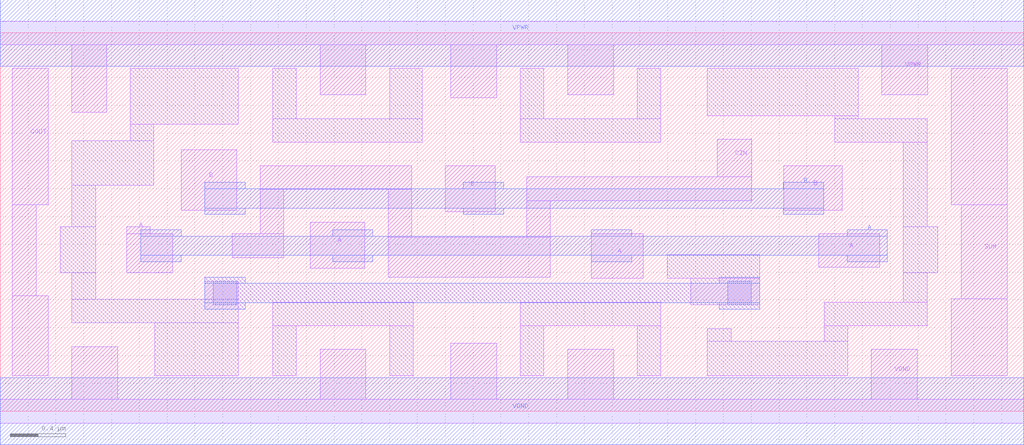
<source format=lef>
# Copyright 2020 The SkyWater PDK Authors
#
# Licensed under the Apache License, Version 2.0 (the "License");
# you may not use this file except in compliance with the License.
# You may obtain a copy of the License at
#
#     https://www.apache.org/licenses/LICENSE-2.0
#
# Unless required by applicable law or agreed to in writing, software
# distributed under the License is distributed on an "AS IS" BASIS,
# WITHOUT WARRANTIES OR CONDITIONS OF ANY KIND, either express or implied.
# See the License for the specific language governing permissions and
# limitations under the License.
#
# SPDX-License-Identifier: Apache-2.0

VERSION 5.5 ;
NAMESCASESENSITIVE ON ;
BUSBITCHARS "[]" ;
DIVIDERCHAR "/" ;
MACRO sky130_fd_sc_hd__fa_1
  CLASS CORE ;
  SOURCE USER ;
  ORIGIN  0.000000  0.000000 ;
  SIZE  7.360000 BY  2.720000 ;
  SYMMETRY X Y R90 ;
  SITE unithd ;
  PIN A
    ANTENNAGATEAREA  0.504000 ;
    DIRECTION INPUT ;
    USE SIGNAL ;
    PORT
      LAYER li1 ;
        RECT 0.910000 0.995000 1.240000 1.275000 ;
        RECT 0.910000 1.275000 1.080000 1.325000 ;
    END
    PORT
      LAYER li1 ;
        RECT 2.230000 1.030000 2.620000 1.360000 ;
    END
    PORT
      LAYER li1 ;
        RECT 4.250000 0.955000 4.625000 1.275000 ;
    END
    PORT
      LAYER li1 ;
        RECT 5.885000 1.035000 6.325000 1.275000 ;
    END
    PORT
      LAYER met1 ;
        RECT 1.010000 1.075000 1.300000 1.120000 ;
        RECT 1.010000 1.120000 6.380000 1.260000 ;
        RECT 1.010000 1.260000 1.300000 1.305000 ;
        RECT 2.390000 1.075000 2.680000 1.120000 ;
        RECT 2.390000 1.260000 2.680000 1.305000 ;
        RECT 4.250000 1.075000 4.540000 1.120000 ;
        RECT 4.250000 1.260000 4.540000 1.305000 ;
        RECT 6.090000 1.075000 6.380000 1.120000 ;
        RECT 6.090000 1.260000 6.380000 1.305000 ;
    END
  END A
  PIN B
    ANTENNAGATEAREA  0.504000 ;
    DIRECTION INPUT ;
    USE SIGNAL ;
    PORT
      LAYER li1 ;
        RECT 1.300000 1.445000 1.700000 1.880000 ;
    END
    PORT
      LAYER li1 ;
        RECT 3.200000 1.435000 3.560000 1.765000 ;
    END
    PORT
      LAYER li1 ;
        RECT 5.635000 1.445000 6.055000 1.765000 ;
    END
    PORT
      LAYER met1 ;
        RECT 1.470000 1.415000 1.760000 1.460000 ;
        RECT 1.470000 1.460000 5.920000 1.600000 ;
        RECT 1.470000 1.600000 1.760000 1.645000 ;
        RECT 3.330000 1.415000 3.620000 1.460000 ;
        RECT 3.330000 1.600000 3.620000 1.645000 ;
        RECT 5.630000 1.415000 5.920000 1.460000 ;
        RECT 5.630000 1.600000 5.920000 1.645000 ;
    END
  END B
  PIN CIN
    ANTENNAGATEAREA  0.378000 ;
    DIRECTION INPUT ;
    USE SIGNAL ;
    PORT
      LAYER li1 ;
        RECT 1.670000 1.105000 2.040000 1.275000 ;
        RECT 1.870000 1.275000 2.040000 1.595000 ;
        RECT 1.870000 1.595000 2.960000 1.765000 ;
        RECT 2.790000 0.965000 3.955000 1.250000 ;
        RECT 2.790000 1.250000 2.960000 1.595000 ;
        RECT 3.785000 1.250000 3.955000 1.515000 ;
        RECT 3.785000 1.515000 5.405000 1.685000 ;
        RECT 5.155000 1.685000 5.405000 1.955000 ;
    END
  END CIN
  PIN COUT
    ANTENNADIFFAREA  0.429000 ;
    DIRECTION OUTPUT ;
    USE SIGNAL ;
    PORT
      LAYER li1 ;
        RECT 0.085000 0.255000 0.345000 0.830000 ;
        RECT 0.085000 0.830000 0.260000 1.485000 ;
        RECT 0.085000 1.485000 0.345000 2.465000 ;
    END
  END COUT
  PIN SUM
    ANTENNADIFFAREA  0.429000 ;
    DIRECTION OUTPUT ;
    USE SIGNAL ;
    PORT
      LAYER li1 ;
        RECT 6.840000 0.255000 7.240000 0.810000 ;
        RECT 6.840000 1.485000 7.240000 2.465000 ;
        RECT 6.910000 0.810000 7.240000 1.485000 ;
    END
  END SUM
  PIN VGND
    DIRECTION INOUT ;
    SHAPE ABUTMENT ;
    USE GROUND ;
    PORT
      LAYER li1 ;
        RECT 0.000000 -0.085000 7.360000 0.085000 ;
        RECT 0.515000  0.085000 0.845000 0.465000 ;
        RECT 2.300000  0.085000 2.630000 0.445000 ;
        RECT 3.240000  0.085000 3.570000 0.490000 ;
        RECT 4.080000  0.085000 4.410000 0.445000 ;
        RECT 6.265000  0.085000 6.595000 0.445000 ;
    END
    PORT
      LAYER met1 ;
        RECT 0.000000 -0.240000 7.360000 0.240000 ;
    END
  END VGND
  PIN VPWR
    DIRECTION INOUT ;
    SHAPE ABUTMENT ;
    USE POWER ;
    PORT
      LAYER li1 ;
        RECT 0.000000 2.635000 7.360000 2.805000 ;
        RECT 0.515000 2.150000 0.765000 2.635000 ;
        RECT 2.300000 2.275000 2.630000 2.635000 ;
        RECT 3.240000 2.255000 3.570000 2.635000 ;
        RECT 4.080000 2.275000 4.410000 2.635000 ;
        RECT 6.340000 2.275000 6.670000 2.635000 ;
    END
    PORT
      LAYER met1 ;
        RECT 0.000000 2.480000 7.360000 2.960000 ;
    END
  END VPWR
  OBS
    LAYER li1 ;
      RECT 0.430000 0.995000 0.685000 1.325000 ;
      RECT 0.515000 0.635000 1.710000 0.805000 ;
      RECT 0.515000 0.805000 0.685000 0.995000 ;
      RECT 0.515000 1.325000 0.685000 1.625000 ;
      RECT 0.515000 1.625000 1.105000 1.945000 ;
      RECT 0.935000 1.945000 1.105000 2.065000 ;
      RECT 0.935000 2.065000 1.710000 2.465000 ;
      RECT 1.110000 0.255000 1.710000 0.635000 ;
      RECT 1.470000 0.805000 1.710000 0.935000 ;
      RECT 1.960000 0.255000 2.130000 0.615000 ;
      RECT 1.960000 0.615000 2.970000 0.785000 ;
      RECT 1.960000 1.935000 3.035000 2.105000 ;
      RECT 1.960000 2.105000 2.130000 2.465000 ;
      RECT 2.800000 0.255000 2.970000 0.615000 ;
      RECT 2.800000 2.105000 3.035000 2.465000 ;
      RECT 3.740000 0.255000 3.910000 0.615000 ;
      RECT 3.740000 0.615000 4.750000 0.785000 ;
      RECT 3.740000 1.935000 4.750000 2.105000 ;
      RECT 3.740000 2.105000 3.910000 2.465000 ;
      RECT 4.580000 0.255000 4.750000 0.615000 ;
      RECT 4.580000 2.105000 4.750000 2.465000 ;
      RECT 4.795000 0.955000 5.460000 1.125000 ;
      RECT 4.965000 0.765000 5.460000 0.955000 ;
      RECT 5.085000 0.255000 6.095000 0.505000 ;
      RECT 5.085000 0.505000 5.255000 0.595000 ;
      RECT 5.085000 2.125000 6.170000 2.465000 ;
      RECT 5.925000 0.505000 6.095000 0.615000 ;
      RECT 5.925000 0.615000 6.665000 0.785000 ;
      RECT 6.000000 1.935000 6.665000 2.105000 ;
      RECT 6.000000 2.105000 6.170000 2.125000 ;
      RECT 6.495000 0.785000 6.665000 0.995000 ;
      RECT 6.495000 0.995000 6.740000 1.325000 ;
      RECT 6.495000 1.325000 6.665000 1.935000 ;
    LAYER mcon ;
      RECT 1.530000 0.765000 1.700000 0.935000 ;
      RECT 5.230000 0.765000 5.400000 0.935000 ;
    LAYER met1 ;
      RECT 1.470000 0.735000 1.760000 0.780000 ;
      RECT 1.470000 0.780000 5.460000 0.920000 ;
      RECT 1.470000 0.920000 1.760000 0.965000 ;
      RECT 5.170000 0.735000 5.460000 0.780000 ;
      RECT 5.170000 0.920000 5.460000 0.965000 ;
  END
END sky130_fd_sc_hd__fa_1

</source>
